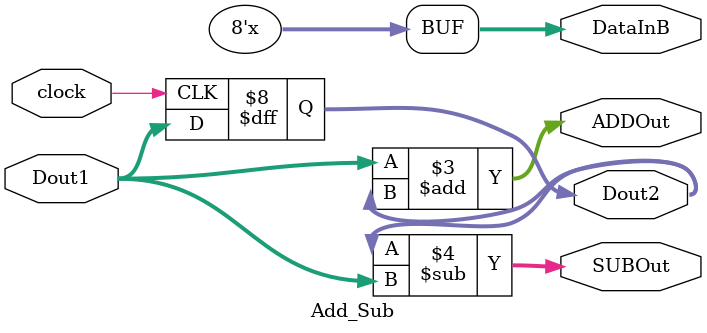
<source format=v>
module Add_Sub(Dout1,Dout2,clock,DataInB, ADDOut, SUBOut);
input clock;
input [7:0]Dout1;
output [7:0]Dout2;
output [7:0]DataInB;
output [7:0]ADDOut, SUBOut;
wire clock;
wire [7:0]Dout1;
reg [7:0]DataInB,Dout2, ADDOut, SUBOut;
always @(negedge clock)
begin
	Dout2 <= Dout1;
end

always @(*)
begin
    ADDOut <= Dout1 + Dout2;
    SUBOut <= Dout2 - Dout1;
	if (Dout2 < Dout1)
	begin
		DataInB <= ADDOut;
	end
	else
	begin
		DataInB <= SUBOut;
	end
end
endmodule

	

</source>
